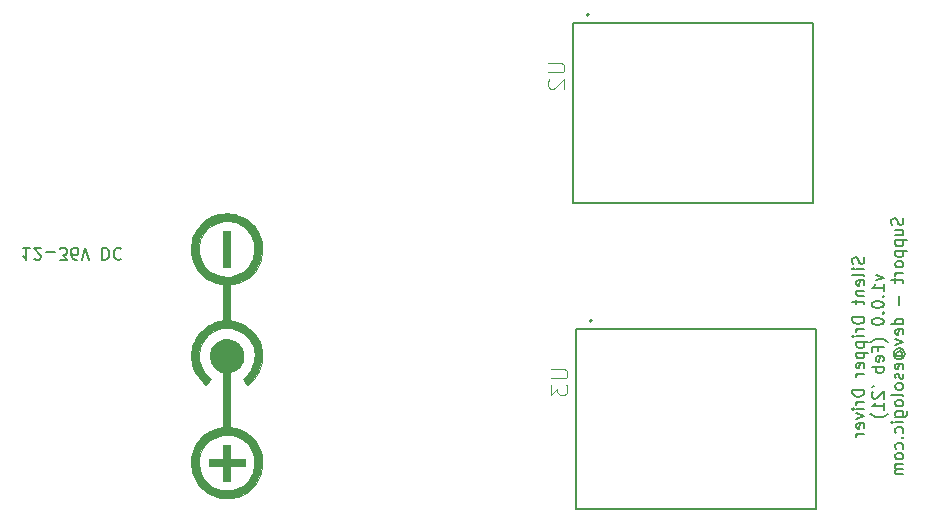
<source format=gbo>
G04 #@! TF.GenerationSoftware,KiCad,Pcbnew,5.1.9-73d0e3b20d~88~ubuntu18.04.1*
G04 #@! TF.CreationDate,2021-02-15T13:27:50-05:00*
G04 #@! TF.ProjectId,driver,64726976-6572-42e6-9b69-6361645f7063,v1.0.0*
G04 #@! TF.SameCoordinates,Original*
G04 #@! TF.FileFunction,Legend,Bot*
G04 #@! TF.FilePolarity,Positive*
%FSLAX46Y46*%
G04 Gerber Fmt 4.6, Leading zero omitted, Abs format (unit mm)*
G04 Created by KiCad (PCBNEW 5.1.9-73d0e3b20d~88~ubuntu18.04.1) date 2021-02-15 13:27:50*
%MOMM*%
%LPD*%
G01*
G04 APERTURE LIST*
%ADD10C,0.150000*%
%ADD11C,0.200000*%
%ADD12C,0.127000*%
%ADD13C,0.010000*%
%ADD14C,0.015000*%
G04 APERTURE END LIST*
D10*
X173989361Y-98829171D02*
X174036980Y-98972028D01*
X174036980Y-99210123D01*
X173989361Y-99305361D01*
X173941742Y-99352980D01*
X173846504Y-99400600D01*
X173751266Y-99400600D01*
X173656028Y-99352980D01*
X173608409Y-99305361D01*
X173560790Y-99210123D01*
X173513171Y-99019647D01*
X173465552Y-98924409D01*
X173417933Y-98876790D01*
X173322695Y-98829171D01*
X173227457Y-98829171D01*
X173132219Y-98876790D01*
X173084600Y-98924409D01*
X173036980Y-99019647D01*
X173036980Y-99257742D01*
X173084600Y-99400600D01*
X174036980Y-99829171D02*
X173370314Y-99829171D01*
X173036980Y-99829171D02*
X173084600Y-99781552D01*
X173132219Y-99829171D01*
X173084600Y-99876790D01*
X173036980Y-99829171D01*
X173132219Y-99829171D01*
X174036980Y-100448219D02*
X173989361Y-100352980D01*
X173894123Y-100305361D01*
X173036980Y-100305361D01*
X173989361Y-101210123D02*
X174036980Y-101114885D01*
X174036980Y-100924409D01*
X173989361Y-100829171D01*
X173894123Y-100781552D01*
X173513171Y-100781552D01*
X173417933Y-100829171D01*
X173370314Y-100924409D01*
X173370314Y-101114885D01*
X173417933Y-101210123D01*
X173513171Y-101257742D01*
X173608409Y-101257742D01*
X173703647Y-100781552D01*
X173370314Y-101686314D02*
X174036980Y-101686314D01*
X173465552Y-101686314D02*
X173417933Y-101733933D01*
X173370314Y-101829171D01*
X173370314Y-101972028D01*
X173417933Y-102067266D01*
X173513171Y-102114885D01*
X174036980Y-102114885D01*
X173370314Y-102448219D02*
X173370314Y-102829171D01*
X173036980Y-102591076D02*
X173894123Y-102591076D01*
X173989361Y-102638695D01*
X174036980Y-102733933D01*
X174036980Y-102829171D01*
X174036980Y-103924409D02*
X173036980Y-103924409D01*
X173036980Y-104162504D01*
X173084600Y-104305361D01*
X173179838Y-104400600D01*
X173275076Y-104448219D01*
X173465552Y-104495838D01*
X173608409Y-104495838D01*
X173798885Y-104448219D01*
X173894123Y-104400600D01*
X173989361Y-104305361D01*
X174036980Y-104162504D01*
X174036980Y-103924409D01*
X174036980Y-104924409D02*
X173370314Y-104924409D01*
X173560790Y-104924409D02*
X173465552Y-104972028D01*
X173417933Y-105019647D01*
X173370314Y-105114885D01*
X173370314Y-105210123D01*
X174036980Y-105543457D02*
X173370314Y-105543457D01*
X173036980Y-105543457D02*
X173084600Y-105495838D01*
X173132219Y-105543457D01*
X173084600Y-105591076D01*
X173036980Y-105543457D01*
X173132219Y-105543457D01*
X173370314Y-106019647D02*
X174370314Y-106019647D01*
X173417933Y-106019647D02*
X173370314Y-106114885D01*
X173370314Y-106305361D01*
X173417933Y-106400600D01*
X173465552Y-106448219D01*
X173560790Y-106495838D01*
X173846504Y-106495838D01*
X173941742Y-106448219D01*
X173989361Y-106400600D01*
X174036980Y-106305361D01*
X174036980Y-106114885D01*
X173989361Y-106019647D01*
X173370314Y-106924409D02*
X174370314Y-106924409D01*
X173417933Y-106924409D02*
X173370314Y-107019647D01*
X173370314Y-107210123D01*
X173417933Y-107305361D01*
X173465552Y-107352980D01*
X173560790Y-107400600D01*
X173846504Y-107400600D01*
X173941742Y-107352980D01*
X173989361Y-107305361D01*
X174036980Y-107210123D01*
X174036980Y-107019647D01*
X173989361Y-106924409D01*
X173989361Y-108210123D02*
X174036980Y-108114885D01*
X174036980Y-107924409D01*
X173989361Y-107829171D01*
X173894123Y-107781552D01*
X173513171Y-107781552D01*
X173417933Y-107829171D01*
X173370314Y-107924409D01*
X173370314Y-108114885D01*
X173417933Y-108210123D01*
X173513171Y-108257742D01*
X173608409Y-108257742D01*
X173703647Y-107781552D01*
X174036980Y-108686314D02*
X173370314Y-108686314D01*
X173560790Y-108686314D02*
X173465552Y-108733933D01*
X173417933Y-108781552D01*
X173370314Y-108876790D01*
X173370314Y-108972028D01*
X174036980Y-110067266D02*
X173036980Y-110067266D01*
X173036980Y-110305361D01*
X173084600Y-110448219D01*
X173179838Y-110543457D01*
X173275076Y-110591076D01*
X173465552Y-110638695D01*
X173608409Y-110638695D01*
X173798885Y-110591076D01*
X173894123Y-110543457D01*
X173989361Y-110448219D01*
X174036980Y-110305361D01*
X174036980Y-110067266D01*
X174036980Y-111067266D02*
X173370314Y-111067266D01*
X173560790Y-111067266D02*
X173465552Y-111114885D01*
X173417933Y-111162504D01*
X173370314Y-111257742D01*
X173370314Y-111352980D01*
X174036980Y-111686314D02*
X173370314Y-111686314D01*
X173036980Y-111686314D02*
X173084600Y-111638695D01*
X173132219Y-111686314D01*
X173084600Y-111733933D01*
X173036980Y-111686314D01*
X173132219Y-111686314D01*
X173370314Y-112067266D02*
X174036980Y-112305361D01*
X173370314Y-112543457D01*
X173989361Y-113305361D02*
X174036980Y-113210123D01*
X174036980Y-113019647D01*
X173989361Y-112924409D01*
X173894123Y-112876790D01*
X173513171Y-112876790D01*
X173417933Y-112924409D01*
X173370314Y-113019647D01*
X173370314Y-113210123D01*
X173417933Y-113305361D01*
X173513171Y-113352980D01*
X173608409Y-113352980D01*
X173703647Y-112876790D01*
X174036980Y-113781552D02*
X173370314Y-113781552D01*
X173560790Y-113781552D02*
X173465552Y-113829171D01*
X173417933Y-113876790D01*
X173370314Y-113972028D01*
X173370314Y-114067266D01*
X175020314Y-100329171D02*
X175686980Y-100567266D01*
X175020314Y-100805361D01*
X175686980Y-101710123D02*
X175686980Y-101138695D01*
X175686980Y-101424409D02*
X174686980Y-101424409D01*
X174829838Y-101329171D01*
X174925076Y-101233933D01*
X174972695Y-101138695D01*
X175591742Y-102138695D02*
X175639361Y-102186314D01*
X175686980Y-102138695D01*
X175639361Y-102091076D01*
X175591742Y-102138695D01*
X175686980Y-102138695D01*
X174686980Y-102805361D02*
X174686980Y-102900600D01*
X174734600Y-102995838D01*
X174782219Y-103043457D01*
X174877457Y-103091076D01*
X175067933Y-103138695D01*
X175306028Y-103138695D01*
X175496504Y-103091076D01*
X175591742Y-103043457D01*
X175639361Y-102995838D01*
X175686980Y-102900600D01*
X175686980Y-102805361D01*
X175639361Y-102710123D01*
X175591742Y-102662504D01*
X175496504Y-102614885D01*
X175306028Y-102567266D01*
X175067933Y-102567266D01*
X174877457Y-102614885D01*
X174782219Y-102662504D01*
X174734600Y-102710123D01*
X174686980Y-102805361D01*
X175591742Y-103567266D02*
X175639361Y-103614885D01*
X175686980Y-103567266D01*
X175639361Y-103519647D01*
X175591742Y-103567266D01*
X175686980Y-103567266D01*
X174686980Y-104233933D02*
X174686980Y-104329171D01*
X174734600Y-104424409D01*
X174782219Y-104472028D01*
X174877457Y-104519647D01*
X175067933Y-104567266D01*
X175306028Y-104567266D01*
X175496504Y-104519647D01*
X175591742Y-104472028D01*
X175639361Y-104424409D01*
X175686980Y-104329171D01*
X175686980Y-104233933D01*
X175639361Y-104138695D01*
X175591742Y-104091076D01*
X175496504Y-104043457D01*
X175306028Y-103995838D01*
X175067933Y-103995838D01*
X174877457Y-104043457D01*
X174782219Y-104091076D01*
X174734600Y-104138695D01*
X174686980Y-104233933D01*
X176067933Y-106043457D02*
X176020314Y-105995838D01*
X175877457Y-105900600D01*
X175782219Y-105852980D01*
X175639361Y-105805361D01*
X175401266Y-105757742D01*
X175210790Y-105757742D01*
X174972695Y-105805361D01*
X174829838Y-105852980D01*
X174734600Y-105900600D01*
X174591742Y-105995838D01*
X174544123Y-106043457D01*
X175163171Y-106757742D02*
X175163171Y-106424409D01*
X175686980Y-106424409D02*
X174686980Y-106424409D01*
X174686980Y-106900600D01*
X175639361Y-107662504D02*
X175686980Y-107567266D01*
X175686980Y-107376790D01*
X175639361Y-107281552D01*
X175544123Y-107233933D01*
X175163171Y-107233933D01*
X175067933Y-107281552D01*
X175020314Y-107376790D01*
X175020314Y-107567266D01*
X175067933Y-107662504D01*
X175163171Y-107710123D01*
X175258409Y-107710123D01*
X175353647Y-107233933D01*
X175686980Y-108138695D02*
X174686980Y-108138695D01*
X175067933Y-108138695D02*
X175020314Y-108233933D01*
X175020314Y-108424409D01*
X175067933Y-108519647D01*
X175115552Y-108567266D01*
X175210790Y-108614885D01*
X175496504Y-108614885D01*
X175591742Y-108567266D01*
X175639361Y-108519647D01*
X175686980Y-108424409D01*
X175686980Y-108233933D01*
X175639361Y-108138695D01*
X174686980Y-109852980D02*
X174877457Y-109757742D01*
X174782219Y-110233933D02*
X174734600Y-110281552D01*
X174686980Y-110376790D01*
X174686980Y-110614885D01*
X174734600Y-110710123D01*
X174782219Y-110757742D01*
X174877457Y-110805361D01*
X174972695Y-110805361D01*
X175115552Y-110757742D01*
X175686980Y-110186314D01*
X175686980Y-110805361D01*
X175686980Y-111757742D02*
X175686980Y-111186314D01*
X175686980Y-111472028D02*
X174686980Y-111472028D01*
X174829838Y-111376790D01*
X174925076Y-111281552D01*
X174972695Y-111186314D01*
X176067933Y-112091076D02*
X176020314Y-112138695D01*
X175877457Y-112233933D01*
X175782219Y-112281552D01*
X175639361Y-112329171D01*
X175401266Y-112376790D01*
X175210790Y-112376790D01*
X174972695Y-112329171D01*
X174829838Y-112281552D01*
X174734600Y-112233933D01*
X174591742Y-112138695D01*
X174544123Y-112091076D01*
X177289361Y-95519647D02*
X177336980Y-95662504D01*
X177336980Y-95900600D01*
X177289361Y-95995838D01*
X177241742Y-96043457D01*
X177146504Y-96091076D01*
X177051266Y-96091076D01*
X176956028Y-96043457D01*
X176908409Y-95995838D01*
X176860790Y-95900600D01*
X176813171Y-95710123D01*
X176765552Y-95614885D01*
X176717933Y-95567266D01*
X176622695Y-95519647D01*
X176527457Y-95519647D01*
X176432219Y-95567266D01*
X176384600Y-95614885D01*
X176336980Y-95710123D01*
X176336980Y-95948219D01*
X176384600Y-96091076D01*
X176670314Y-96948219D02*
X177336980Y-96948219D01*
X176670314Y-96519647D02*
X177194123Y-96519647D01*
X177289361Y-96567266D01*
X177336980Y-96662504D01*
X177336980Y-96805361D01*
X177289361Y-96900600D01*
X177241742Y-96948219D01*
X176670314Y-97424409D02*
X177670314Y-97424409D01*
X176717933Y-97424409D02*
X176670314Y-97519647D01*
X176670314Y-97710123D01*
X176717933Y-97805361D01*
X176765552Y-97852980D01*
X176860790Y-97900600D01*
X177146504Y-97900600D01*
X177241742Y-97852980D01*
X177289361Y-97805361D01*
X177336980Y-97710123D01*
X177336980Y-97519647D01*
X177289361Y-97424409D01*
X176670314Y-98329171D02*
X177670314Y-98329171D01*
X176717933Y-98329171D02*
X176670314Y-98424409D01*
X176670314Y-98614885D01*
X176717933Y-98710123D01*
X176765552Y-98757742D01*
X176860790Y-98805361D01*
X177146504Y-98805361D01*
X177241742Y-98757742D01*
X177289361Y-98710123D01*
X177336980Y-98614885D01*
X177336980Y-98424409D01*
X177289361Y-98329171D01*
X177336980Y-99376790D02*
X177289361Y-99281552D01*
X177241742Y-99233933D01*
X177146504Y-99186314D01*
X176860790Y-99186314D01*
X176765552Y-99233933D01*
X176717933Y-99281552D01*
X176670314Y-99376790D01*
X176670314Y-99519647D01*
X176717933Y-99614885D01*
X176765552Y-99662504D01*
X176860790Y-99710123D01*
X177146504Y-99710123D01*
X177241742Y-99662504D01*
X177289361Y-99614885D01*
X177336980Y-99519647D01*
X177336980Y-99376790D01*
X177336980Y-100138695D02*
X176670314Y-100138695D01*
X176860790Y-100138695D02*
X176765552Y-100186314D01*
X176717933Y-100233933D01*
X176670314Y-100329171D01*
X176670314Y-100424409D01*
X176670314Y-100614885D02*
X176670314Y-100995838D01*
X176336980Y-100757742D02*
X177194123Y-100757742D01*
X177289361Y-100805361D01*
X177336980Y-100900600D01*
X177336980Y-100995838D01*
X176956028Y-102091076D02*
X176956028Y-102852980D01*
X177336980Y-104519647D02*
X176336980Y-104519647D01*
X177289361Y-104519647D02*
X177336980Y-104424409D01*
X177336980Y-104233933D01*
X177289361Y-104138695D01*
X177241742Y-104091076D01*
X177146504Y-104043457D01*
X176860790Y-104043457D01*
X176765552Y-104091076D01*
X176717933Y-104138695D01*
X176670314Y-104233933D01*
X176670314Y-104424409D01*
X176717933Y-104519647D01*
X177289361Y-105376790D02*
X177336980Y-105281552D01*
X177336980Y-105091076D01*
X177289361Y-104995838D01*
X177194123Y-104948219D01*
X176813171Y-104948219D01*
X176717933Y-104995838D01*
X176670314Y-105091076D01*
X176670314Y-105281552D01*
X176717933Y-105376790D01*
X176813171Y-105424409D01*
X176908409Y-105424409D01*
X177003647Y-104948219D01*
X176670314Y-105757742D02*
X177336980Y-105995838D01*
X176670314Y-106233933D01*
X176860790Y-107233933D02*
X176813171Y-107186314D01*
X176765552Y-107091076D01*
X176765552Y-106995838D01*
X176813171Y-106900600D01*
X176860790Y-106852980D01*
X176956028Y-106805361D01*
X177051266Y-106805361D01*
X177146504Y-106852980D01*
X177194123Y-106900600D01*
X177241742Y-106995838D01*
X177241742Y-107091076D01*
X177194123Y-107186314D01*
X177146504Y-107233933D01*
X176765552Y-107233933D02*
X177146504Y-107233933D01*
X177194123Y-107281552D01*
X177194123Y-107329171D01*
X177146504Y-107424409D01*
X177051266Y-107472028D01*
X176813171Y-107472028D01*
X176670314Y-107376790D01*
X176575076Y-107233933D01*
X176527457Y-107043457D01*
X176575076Y-106852980D01*
X176670314Y-106710123D01*
X176813171Y-106614885D01*
X177003647Y-106567266D01*
X177194123Y-106614885D01*
X177336980Y-106710123D01*
X177432219Y-106852980D01*
X177479838Y-107043457D01*
X177432219Y-107233933D01*
X177336980Y-107376790D01*
X177289361Y-108281552D02*
X177336980Y-108186314D01*
X177336980Y-107995838D01*
X177289361Y-107900600D01*
X177194123Y-107852980D01*
X176813171Y-107852980D01*
X176717933Y-107900600D01*
X176670314Y-107995838D01*
X176670314Y-108186314D01*
X176717933Y-108281552D01*
X176813171Y-108329171D01*
X176908409Y-108329171D01*
X177003647Y-107852980D01*
X177289361Y-108710123D02*
X177336980Y-108805361D01*
X177336980Y-108995838D01*
X177289361Y-109091076D01*
X177194123Y-109138695D01*
X177146504Y-109138695D01*
X177051266Y-109091076D01*
X177003647Y-108995838D01*
X177003647Y-108852980D01*
X176956028Y-108757742D01*
X176860790Y-108710123D01*
X176813171Y-108710123D01*
X176717933Y-108757742D01*
X176670314Y-108852980D01*
X176670314Y-108995838D01*
X176717933Y-109091076D01*
X177336980Y-109710123D02*
X177289361Y-109614885D01*
X177241742Y-109567266D01*
X177146504Y-109519647D01*
X176860790Y-109519647D01*
X176765552Y-109567266D01*
X176717933Y-109614885D01*
X176670314Y-109710123D01*
X176670314Y-109852980D01*
X176717933Y-109948219D01*
X176765552Y-109995838D01*
X176860790Y-110043457D01*
X177146504Y-110043457D01*
X177241742Y-109995838D01*
X177289361Y-109948219D01*
X177336980Y-109852980D01*
X177336980Y-109710123D01*
X177336980Y-110614885D02*
X177289361Y-110519647D01*
X177194123Y-110472028D01*
X176336980Y-110472028D01*
X177336980Y-111138695D02*
X177289361Y-111043457D01*
X177241742Y-110995838D01*
X177146504Y-110948219D01*
X176860790Y-110948219D01*
X176765552Y-110995838D01*
X176717933Y-111043457D01*
X176670314Y-111138695D01*
X176670314Y-111281552D01*
X176717933Y-111376790D01*
X176765552Y-111424409D01*
X176860790Y-111472028D01*
X177146504Y-111472028D01*
X177241742Y-111424409D01*
X177289361Y-111376790D01*
X177336980Y-111281552D01*
X177336980Y-111138695D01*
X176670314Y-112329171D02*
X177479838Y-112329171D01*
X177575076Y-112281552D01*
X177622695Y-112233933D01*
X177670314Y-112138695D01*
X177670314Y-111995838D01*
X177622695Y-111900600D01*
X177289361Y-112329171D02*
X177336980Y-112233933D01*
X177336980Y-112043457D01*
X177289361Y-111948219D01*
X177241742Y-111900600D01*
X177146504Y-111852980D01*
X176860790Y-111852980D01*
X176765552Y-111900600D01*
X176717933Y-111948219D01*
X176670314Y-112043457D01*
X176670314Y-112233933D01*
X176717933Y-112329171D01*
X177336980Y-112805361D02*
X176670314Y-112805361D01*
X176336980Y-112805361D02*
X176384600Y-112757742D01*
X176432219Y-112805361D01*
X176384600Y-112852980D01*
X176336980Y-112805361D01*
X176432219Y-112805361D01*
X177289361Y-113710123D02*
X177336980Y-113614885D01*
X177336980Y-113424409D01*
X177289361Y-113329171D01*
X177241742Y-113281552D01*
X177146504Y-113233933D01*
X176860790Y-113233933D01*
X176765552Y-113281552D01*
X176717933Y-113329171D01*
X176670314Y-113424409D01*
X176670314Y-113614885D01*
X176717933Y-113710123D01*
X177241742Y-114138695D02*
X177289361Y-114186314D01*
X177336980Y-114138695D01*
X177289361Y-114091076D01*
X177241742Y-114138695D01*
X177336980Y-114138695D01*
X177289361Y-115043457D02*
X177336980Y-114948219D01*
X177336980Y-114757742D01*
X177289361Y-114662504D01*
X177241742Y-114614885D01*
X177146504Y-114567266D01*
X176860790Y-114567266D01*
X176765552Y-114614885D01*
X176717933Y-114662504D01*
X176670314Y-114757742D01*
X176670314Y-114948219D01*
X176717933Y-115043457D01*
X177336980Y-115614885D02*
X177289361Y-115519647D01*
X177241742Y-115472028D01*
X177146504Y-115424409D01*
X176860790Y-115424409D01*
X176765552Y-115472028D01*
X176717933Y-115519647D01*
X176670314Y-115614885D01*
X176670314Y-115757742D01*
X176717933Y-115852980D01*
X176765552Y-115900600D01*
X176860790Y-115948219D01*
X177146504Y-115948219D01*
X177241742Y-115900600D01*
X177289361Y-115852980D01*
X177336980Y-115757742D01*
X177336980Y-115614885D01*
X177336980Y-116376790D02*
X176670314Y-116376790D01*
X176765552Y-116376790D02*
X176717933Y-116424409D01*
X176670314Y-116519647D01*
X176670314Y-116662504D01*
X176717933Y-116757742D01*
X176813171Y-116805361D01*
X177336980Y-116805361D01*
X176813171Y-116805361D02*
X176717933Y-116852980D01*
X176670314Y-116948219D01*
X176670314Y-117091076D01*
X176717933Y-117186314D01*
X176813171Y-117233933D01*
X177336980Y-117233933D01*
X103387971Y-98048819D02*
X102816542Y-98048819D01*
X103102257Y-98048819D02*
X103102257Y-99048819D01*
X103007019Y-98905961D01*
X102911780Y-98810723D01*
X102816542Y-98763104D01*
X103768923Y-98953580D02*
X103816542Y-99001200D01*
X103911780Y-99048819D01*
X104149876Y-99048819D01*
X104245114Y-99001200D01*
X104292733Y-98953580D01*
X104340352Y-98858342D01*
X104340352Y-98763104D01*
X104292733Y-98620247D01*
X103721304Y-98048819D01*
X104340352Y-98048819D01*
X104768923Y-98429771D02*
X105530828Y-98429771D01*
X105911780Y-99048819D02*
X106530828Y-99048819D01*
X106197495Y-98667866D01*
X106340352Y-98667866D01*
X106435590Y-98620247D01*
X106483209Y-98572628D01*
X106530828Y-98477390D01*
X106530828Y-98239295D01*
X106483209Y-98144057D01*
X106435590Y-98096438D01*
X106340352Y-98048819D01*
X106054638Y-98048819D01*
X105959400Y-98096438D01*
X105911780Y-98144057D01*
X107387971Y-99048819D02*
X107197495Y-99048819D01*
X107102257Y-99001200D01*
X107054638Y-98953580D01*
X106959400Y-98810723D01*
X106911780Y-98620247D01*
X106911780Y-98239295D01*
X106959400Y-98144057D01*
X107007019Y-98096438D01*
X107102257Y-98048819D01*
X107292733Y-98048819D01*
X107387971Y-98096438D01*
X107435590Y-98144057D01*
X107483209Y-98239295D01*
X107483209Y-98477390D01*
X107435590Y-98572628D01*
X107387971Y-98620247D01*
X107292733Y-98667866D01*
X107102257Y-98667866D01*
X107007019Y-98620247D01*
X106959400Y-98572628D01*
X106911780Y-98477390D01*
X107768923Y-99048819D02*
X108102257Y-98048819D01*
X108435590Y-99048819D01*
X109530828Y-98048819D02*
X109530828Y-99048819D01*
X109768923Y-99048819D01*
X109911780Y-99001200D01*
X110007019Y-98905961D01*
X110054638Y-98810723D01*
X110102257Y-98620247D01*
X110102257Y-98477390D01*
X110054638Y-98286914D01*
X110007019Y-98191676D01*
X109911780Y-98096438D01*
X109768923Y-98048819D01*
X109530828Y-98048819D01*
X111102257Y-98144057D02*
X111054638Y-98096438D01*
X110911780Y-98048819D01*
X110816542Y-98048819D01*
X110673685Y-98096438D01*
X110578447Y-98191676D01*
X110530828Y-98286914D01*
X110483209Y-98477390D01*
X110483209Y-98620247D01*
X110530828Y-98810723D01*
X110578447Y-98905961D01*
X110673685Y-99001200D01*
X110816542Y-99048819D01*
X110911780Y-99048819D01*
X111054638Y-99001200D01*
X111102257Y-98953580D01*
D11*
X150976000Y-104222000D02*
G75*
G03*
X150976000Y-104222000I-100000J0D01*
G01*
D12*
X149606000Y-104902000D02*
X169926000Y-104902000D01*
X149606000Y-120142000D02*
X149606000Y-104902000D01*
X169926000Y-120142000D02*
X149606000Y-120142000D01*
X169926000Y-104902000D02*
X169926000Y-120142000D01*
X169672000Y-78994000D02*
X169672000Y-94234000D01*
X169672000Y-94234000D02*
X149352000Y-94234000D01*
X149352000Y-94234000D02*
X149352000Y-78994000D01*
X149352000Y-78994000D02*
X169672000Y-78994000D01*
D11*
X150722000Y-78314000D02*
G75*
G03*
X150722000Y-78314000I-100000J0D01*
G01*
D13*
G36*
X119764018Y-116543248D02*
G01*
X119764018Y-117750377D01*
X120367582Y-117750377D01*
X120367582Y-116543248D01*
X121574711Y-116543248D01*
X121574711Y-115939684D01*
X120367582Y-115939684D01*
X120367582Y-114732555D01*
X119764262Y-114732555D01*
X119760996Y-115332976D01*
X119757731Y-115933396D01*
X119157310Y-115936662D01*
X118556889Y-115939927D01*
X118556889Y-116543248D01*
X119764018Y-116543248D01*
G37*
X119764018Y-116543248D02*
X119764018Y-117750377D01*
X120367582Y-117750377D01*
X120367582Y-116543248D01*
X121574711Y-116543248D01*
X121574711Y-115939684D01*
X120367582Y-115939684D01*
X120367582Y-114732555D01*
X119764262Y-114732555D01*
X119760996Y-115332976D01*
X119757731Y-115933396D01*
X119157310Y-115936662D01*
X118556889Y-115939927D01*
X118556889Y-116543248D01*
X119764018Y-116543248D01*
G36*
X120367582Y-99656020D02*
G01*
X120367582Y-96638198D01*
X119764018Y-96638198D01*
X119764018Y-99656020D01*
X120367582Y-99656020D01*
G37*
X120367582Y-99656020D02*
X120367582Y-96638198D01*
X119764018Y-96638198D01*
X119764018Y-99656020D01*
X120367582Y-99656020D01*
G36*
X117051152Y-116362857D02*
G01*
X117055361Y-116472024D01*
X117059339Y-116525281D01*
X117095882Y-116793462D01*
X117155192Y-117056658D01*
X117236354Y-117312621D01*
X117338454Y-117559103D01*
X117460576Y-117793855D01*
X117601807Y-118014630D01*
X117736908Y-118190476D01*
X117919450Y-118389601D01*
X118118412Y-118570043D01*
X118332554Y-118731021D01*
X118560638Y-118871755D01*
X118801423Y-118991468D01*
X119053669Y-119089380D01*
X119267349Y-119152636D01*
X119522113Y-119206398D01*
X119783925Y-119239602D01*
X120048326Y-119252157D01*
X120310857Y-119243970D01*
X120567057Y-119214950D01*
X120737111Y-119182887D01*
X121005862Y-119111092D01*
X121262973Y-119017676D01*
X121507510Y-118903269D01*
X121738535Y-118768501D01*
X121955111Y-118614002D01*
X122156301Y-118440403D01*
X122341170Y-118248332D01*
X122508780Y-118038420D01*
X122570604Y-117949866D01*
X122711471Y-117718064D01*
X122829587Y-117476075D01*
X122925155Y-117223374D01*
X122998374Y-116959434D01*
X123046634Y-116703107D01*
X123054543Y-116638666D01*
X123061803Y-116559077D01*
X123068173Y-116469678D01*
X123073414Y-116375807D01*
X123077284Y-116282804D01*
X123079545Y-116196007D01*
X123079955Y-116120755D01*
X123078274Y-116062386D01*
X123076470Y-116040278D01*
X123073033Y-116009066D01*
X123067819Y-115960553D01*
X123061654Y-115902451D01*
X123057637Y-115864238D01*
X123019589Y-115615765D01*
X122958197Y-115366947D01*
X122874954Y-115121372D01*
X122771355Y-114882629D01*
X122648896Y-114654304D01*
X122509069Y-114439985D01*
X122410741Y-114311317D01*
X122340154Y-114229263D01*
X122256385Y-114139395D01*
X122166208Y-114048509D01*
X122076395Y-113963407D01*
X121993721Y-113890885D01*
X121983375Y-113882346D01*
X121784978Y-113735547D01*
X121569055Y-113604636D01*
X121338535Y-113490872D01*
X121096347Y-113395511D01*
X120845420Y-113319813D01*
X120588682Y-113265036D01*
X120521617Y-113254417D01*
X120367582Y-113231778D01*
X120367582Y-110901079D01*
X120367613Y-110606557D01*
X120367708Y-110336274D01*
X120367875Y-110089320D01*
X120368118Y-109864786D01*
X120368445Y-109661762D01*
X120368861Y-109479339D01*
X120369373Y-109316606D01*
X120369986Y-109172655D01*
X120370707Y-109046576D01*
X120371542Y-108937459D01*
X120372497Y-108844394D01*
X120373578Y-108766473D01*
X120374792Y-108702785D01*
X120376143Y-108652421D01*
X120377640Y-108614471D01*
X120379286Y-108588026D01*
X120381090Y-108572176D01*
X120383056Y-108566011D01*
X120383300Y-108565880D01*
X120542221Y-108515173D01*
X120680678Y-108459105D01*
X120803191Y-108395193D01*
X120914278Y-108320957D01*
X121018460Y-108233915D01*
X121059625Y-108194547D01*
X121179068Y-108059272D01*
X121278015Y-107911836D01*
X121356461Y-107754533D01*
X121414404Y-107589658D01*
X121451840Y-107419506D01*
X121468766Y-107246372D01*
X121465179Y-107072550D01*
X121441075Y-106900336D01*
X121396450Y-106732023D01*
X121331303Y-106569907D01*
X121245629Y-106416283D01*
X121139425Y-106273445D01*
X121062505Y-106190553D01*
X120924061Y-106068539D01*
X120778092Y-105969725D01*
X120622407Y-105892733D01*
X120538436Y-105861386D01*
X120356873Y-105812798D01*
X120173958Y-105787573D01*
X120070144Y-105786155D01*
X120070144Y-113890080D01*
X120313390Y-113900761D01*
X120545702Y-113933199D01*
X120769723Y-113987980D01*
X120988097Y-114065694D01*
X121115751Y-114122728D01*
X121323335Y-114236116D01*
X121515578Y-114368742D01*
X121691614Y-114519277D01*
X121850575Y-114686393D01*
X121991594Y-114868761D01*
X122113802Y-115065053D01*
X122216333Y-115273940D01*
X122298320Y-115494093D01*
X122358894Y-115724185D01*
X122397188Y-115962885D01*
X122408762Y-116103149D01*
X122411326Y-116148493D01*
X122413720Y-116188104D01*
X122414750Y-116203743D01*
X122414685Y-116227636D01*
X122412947Y-116270896D01*
X122409821Y-116327817D01*
X122405592Y-116392695D01*
X122404569Y-116407086D01*
X122374897Y-116653942D01*
X122322747Y-116890815D01*
X122249009Y-117116679D01*
X122154572Y-117330509D01*
X122040328Y-117531278D01*
X121907166Y-117717962D01*
X121755976Y-117889534D01*
X121587649Y-118044970D01*
X121403074Y-118183243D01*
X121203142Y-118303328D01*
X120988742Y-118404199D01*
X120760765Y-118484831D01*
X120556196Y-118536853D01*
X120461823Y-118552778D01*
X120349496Y-118565338D01*
X120226218Y-118574253D01*
X120098995Y-118579244D01*
X119974830Y-118580031D01*
X119860727Y-118576335D01*
X119767372Y-118568336D01*
X119521227Y-118526179D01*
X119286457Y-118461850D01*
X119063715Y-118375746D01*
X118853653Y-118268266D01*
X118656926Y-118139808D01*
X118474187Y-117990769D01*
X118306088Y-117821549D01*
X118153283Y-117632545D01*
X118095046Y-117549188D01*
X117981161Y-117356870D01*
X117886985Y-117151132D01*
X117812841Y-116934574D01*
X117759055Y-116709795D01*
X117725949Y-116479396D01*
X117713848Y-116245977D01*
X117723074Y-116012137D01*
X117753953Y-115780478D01*
X117806807Y-115553598D01*
X117835137Y-115461862D01*
X117922175Y-115238440D01*
X118029786Y-115028598D01*
X118156796Y-114833283D01*
X118302031Y-114653446D01*
X118464317Y-114490034D01*
X118642481Y-114343996D01*
X118835349Y-114216281D01*
X119041747Y-114107836D01*
X119260501Y-114019612D01*
X119490437Y-113952556D01*
X119730382Y-113907617D01*
X119763688Y-113903270D01*
X119815374Y-113898532D01*
X119884386Y-113894549D01*
X119962906Y-113891657D01*
X120043116Y-113890192D01*
X120070144Y-113890080D01*
X120070144Y-105786155D01*
X119991857Y-105785085D01*
X119812736Y-105804705D01*
X119638761Y-105845804D01*
X119472096Y-105907756D01*
X119314908Y-105989932D01*
X119169363Y-106091705D01*
X119037626Y-106212445D01*
X118942153Y-106324211D01*
X118842349Y-106475282D01*
X118763911Y-106637182D01*
X118706903Y-106807377D01*
X118671388Y-106983329D01*
X118657430Y-107162502D01*
X118665092Y-107342362D01*
X118694437Y-107520372D01*
X118745528Y-107693996D01*
X118818431Y-107860698D01*
X118900261Y-107999040D01*
X118931087Y-108040564D01*
X118973442Y-108091937D01*
X119020830Y-108145473D01*
X119051591Y-108178135D01*
X119169170Y-108286871D01*
X119295255Y-108378296D01*
X119433668Y-108454541D01*
X119588232Y-108517734D01*
X119748300Y-108566259D01*
X119750286Y-108571286D01*
X119752108Y-108585888D01*
X119753773Y-108610974D01*
X119755286Y-108647453D01*
X119756654Y-108696236D01*
X119757884Y-108758231D01*
X119758980Y-108834348D01*
X119759950Y-108925496D01*
X119760798Y-109032585D01*
X119761533Y-109156524D01*
X119762159Y-109298222D01*
X119762682Y-109458588D01*
X119763110Y-109638533D01*
X119763447Y-109838965D01*
X119763700Y-110060794D01*
X119763876Y-110304930D01*
X119763979Y-110572281D01*
X119764018Y-110863757D01*
X119764018Y-113233749D01*
X119685429Y-113242377D01*
X119527744Y-113265423D01*
X119358447Y-113300328D01*
X119186686Y-113344755D01*
X119021610Y-113396371D01*
X118891307Y-113445000D01*
X118643505Y-113559297D01*
X118410360Y-113693546D01*
X118192679Y-113846707D01*
X117991268Y-114017739D01*
X117806934Y-114205603D01*
X117640486Y-114409259D01*
X117492730Y-114627665D01*
X117364474Y-114859783D01*
X117256524Y-115104573D01*
X117169688Y-115360993D01*
X117104773Y-115628005D01*
X117078435Y-115780836D01*
X117067174Y-115877124D01*
X117058624Y-115990953D01*
X117052975Y-116114840D01*
X117050420Y-116241302D01*
X117051152Y-116362857D01*
G37*
X117051152Y-116362857D02*
X117055361Y-116472024D01*
X117059339Y-116525281D01*
X117095882Y-116793462D01*
X117155192Y-117056658D01*
X117236354Y-117312621D01*
X117338454Y-117559103D01*
X117460576Y-117793855D01*
X117601807Y-118014630D01*
X117736908Y-118190476D01*
X117919450Y-118389601D01*
X118118412Y-118570043D01*
X118332554Y-118731021D01*
X118560638Y-118871755D01*
X118801423Y-118991468D01*
X119053669Y-119089380D01*
X119267349Y-119152636D01*
X119522113Y-119206398D01*
X119783925Y-119239602D01*
X120048326Y-119252157D01*
X120310857Y-119243970D01*
X120567057Y-119214950D01*
X120737111Y-119182887D01*
X121005862Y-119111092D01*
X121262973Y-119017676D01*
X121507510Y-118903269D01*
X121738535Y-118768501D01*
X121955111Y-118614002D01*
X122156301Y-118440403D01*
X122341170Y-118248332D01*
X122508780Y-118038420D01*
X122570604Y-117949866D01*
X122711471Y-117718064D01*
X122829587Y-117476075D01*
X122925155Y-117223374D01*
X122998374Y-116959434D01*
X123046634Y-116703107D01*
X123054543Y-116638666D01*
X123061803Y-116559077D01*
X123068173Y-116469678D01*
X123073414Y-116375807D01*
X123077284Y-116282804D01*
X123079545Y-116196007D01*
X123079955Y-116120755D01*
X123078274Y-116062386D01*
X123076470Y-116040278D01*
X123073033Y-116009066D01*
X123067819Y-115960553D01*
X123061654Y-115902451D01*
X123057637Y-115864238D01*
X123019589Y-115615765D01*
X122958197Y-115366947D01*
X122874954Y-115121372D01*
X122771355Y-114882629D01*
X122648896Y-114654304D01*
X122509069Y-114439985D01*
X122410741Y-114311317D01*
X122340154Y-114229263D01*
X122256385Y-114139395D01*
X122166208Y-114048509D01*
X122076395Y-113963407D01*
X121993721Y-113890885D01*
X121983375Y-113882346D01*
X121784978Y-113735547D01*
X121569055Y-113604636D01*
X121338535Y-113490872D01*
X121096347Y-113395511D01*
X120845420Y-113319813D01*
X120588682Y-113265036D01*
X120521617Y-113254417D01*
X120367582Y-113231778D01*
X120367582Y-110901079D01*
X120367613Y-110606557D01*
X120367708Y-110336274D01*
X120367875Y-110089320D01*
X120368118Y-109864786D01*
X120368445Y-109661762D01*
X120368861Y-109479339D01*
X120369373Y-109316606D01*
X120369986Y-109172655D01*
X120370707Y-109046576D01*
X120371542Y-108937459D01*
X120372497Y-108844394D01*
X120373578Y-108766473D01*
X120374792Y-108702785D01*
X120376143Y-108652421D01*
X120377640Y-108614471D01*
X120379286Y-108588026D01*
X120381090Y-108572176D01*
X120383056Y-108566011D01*
X120383300Y-108565880D01*
X120542221Y-108515173D01*
X120680678Y-108459105D01*
X120803191Y-108395193D01*
X120914278Y-108320957D01*
X121018460Y-108233915D01*
X121059625Y-108194547D01*
X121179068Y-108059272D01*
X121278015Y-107911836D01*
X121356461Y-107754533D01*
X121414404Y-107589658D01*
X121451840Y-107419506D01*
X121468766Y-107246372D01*
X121465179Y-107072550D01*
X121441075Y-106900336D01*
X121396450Y-106732023D01*
X121331303Y-106569907D01*
X121245629Y-106416283D01*
X121139425Y-106273445D01*
X121062505Y-106190553D01*
X120924061Y-106068539D01*
X120778092Y-105969725D01*
X120622407Y-105892733D01*
X120538436Y-105861386D01*
X120356873Y-105812798D01*
X120173958Y-105787573D01*
X120070144Y-105786155D01*
X120070144Y-113890080D01*
X120313390Y-113900761D01*
X120545702Y-113933199D01*
X120769723Y-113987980D01*
X120988097Y-114065694D01*
X121115751Y-114122728D01*
X121323335Y-114236116D01*
X121515578Y-114368742D01*
X121691614Y-114519277D01*
X121850575Y-114686393D01*
X121991594Y-114868761D01*
X122113802Y-115065053D01*
X122216333Y-115273940D01*
X122298320Y-115494093D01*
X122358894Y-115724185D01*
X122397188Y-115962885D01*
X122408762Y-116103149D01*
X122411326Y-116148493D01*
X122413720Y-116188104D01*
X122414750Y-116203743D01*
X122414685Y-116227636D01*
X122412947Y-116270896D01*
X122409821Y-116327817D01*
X122405592Y-116392695D01*
X122404569Y-116407086D01*
X122374897Y-116653942D01*
X122322747Y-116890815D01*
X122249009Y-117116679D01*
X122154572Y-117330509D01*
X122040328Y-117531278D01*
X121907166Y-117717962D01*
X121755976Y-117889534D01*
X121587649Y-118044970D01*
X121403074Y-118183243D01*
X121203142Y-118303328D01*
X120988742Y-118404199D01*
X120760765Y-118484831D01*
X120556196Y-118536853D01*
X120461823Y-118552778D01*
X120349496Y-118565338D01*
X120226218Y-118574253D01*
X120098995Y-118579244D01*
X119974830Y-118580031D01*
X119860727Y-118576335D01*
X119767372Y-118568336D01*
X119521227Y-118526179D01*
X119286457Y-118461850D01*
X119063715Y-118375746D01*
X118853653Y-118268266D01*
X118656926Y-118139808D01*
X118474187Y-117990769D01*
X118306088Y-117821549D01*
X118153283Y-117632545D01*
X118095046Y-117549188D01*
X117981161Y-117356870D01*
X117886985Y-117151132D01*
X117812841Y-116934574D01*
X117759055Y-116709795D01*
X117725949Y-116479396D01*
X117713848Y-116245977D01*
X117723074Y-116012137D01*
X117753953Y-115780478D01*
X117806807Y-115553598D01*
X117835137Y-115461862D01*
X117922175Y-115238440D01*
X118029786Y-115028598D01*
X118156796Y-114833283D01*
X118302031Y-114653446D01*
X118464317Y-114490034D01*
X118642481Y-114343996D01*
X118835349Y-114216281D01*
X119041747Y-114107836D01*
X119260501Y-114019612D01*
X119490437Y-113952556D01*
X119730382Y-113907617D01*
X119763688Y-113903270D01*
X119815374Y-113898532D01*
X119884386Y-113894549D01*
X119962906Y-113891657D01*
X120043116Y-113890192D01*
X120070144Y-113890080D01*
X120070144Y-105786155D01*
X119991857Y-105785085D01*
X119812736Y-105804705D01*
X119638761Y-105845804D01*
X119472096Y-105907756D01*
X119314908Y-105989932D01*
X119169363Y-106091705D01*
X119037626Y-106212445D01*
X118942153Y-106324211D01*
X118842349Y-106475282D01*
X118763911Y-106637182D01*
X118706903Y-106807377D01*
X118671388Y-106983329D01*
X118657430Y-107162502D01*
X118665092Y-107342362D01*
X118694437Y-107520372D01*
X118745528Y-107693996D01*
X118818431Y-107860698D01*
X118900261Y-107999040D01*
X118931087Y-108040564D01*
X118973442Y-108091937D01*
X119020830Y-108145473D01*
X119051591Y-108178135D01*
X119169170Y-108286871D01*
X119295255Y-108378296D01*
X119433668Y-108454541D01*
X119588232Y-108517734D01*
X119748300Y-108566259D01*
X119750286Y-108571286D01*
X119752108Y-108585888D01*
X119753773Y-108610974D01*
X119755286Y-108647453D01*
X119756654Y-108696236D01*
X119757884Y-108758231D01*
X119758980Y-108834348D01*
X119759950Y-108925496D01*
X119760798Y-109032585D01*
X119761533Y-109156524D01*
X119762159Y-109298222D01*
X119762682Y-109458588D01*
X119763110Y-109638533D01*
X119763447Y-109838965D01*
X119763700Y-110060794D01*
X119763876Y-110304930D01*
X119763979Y-110572281D01*
X119764018Y-110863757D01*
X119764018Y-113233749D01*
X119685429Y-113242377D01*
X119527744Y-113265423D01*
X119358447Y-113300328D01*
X119186686Y-113344755D01*
X119021610Y-113396371D01*
X118891307Y-113445000D01*
X118643505Y-113559297D01*
X118410360Y-113693546D01*
X118192679Y-113846707D01*
X117991268Y-114017739D01*
X117806934Y-114205603D01*
X117640486Y-114409259D01*
X117492730Y-114627665D01*
X117364474Y-114859783D01*
X117256524Y-115104573D01*
X117169688Y-115360993D01*
X117104773Y-115628005D01*
X117078435Y-115780836D01*
X117067174Y-115877124D01*
X117058624Y-115990953D01*
X117052975Y-116114840D01*
X117050420Y-116241302D01*
X117051152Y-116362857D01*
G36*
X117064672Y-107472256D02*
G01*
X117100783Y-107735425D01*
X117160710Y-107995122D01*
X117226335Y-108200228D01*
X117332125Y-108456147D01*
X117459894Y-108700420D01*
X117608739Y-108931838D01*
X117777758Y-109149189D01*
X117966049Y-109351266D01*
X118172709Y-109536858D01*
X118293888Y-109631478D01*
X118338956Y-109664932D01*
X118520224Y-109404524D01*
X118569754Y-109332808D01*
X118614125Y-109267485D01*
X118651398Y-109211498D01*
X118679633Y-109167790D01*
X118696892Y-109139304D01*
X118701493Y-109129402D01*
X118692101Y-109114901D01*
X118667497Y-109091123D01*
X118633600Y-109063675D01*
X118463616Y-108920794D01*
X118306379Y-108758246D01*
X118163758Y-108579036D01*
X118037618Y-108386171D01*
X117929829Y-108182655D01*
X117842257Y-107971496D01*
X117776770Y-107755698D01*
X117752644Y-107645703D01*
X117719163Y-107405037D01*
X117710017Y-107164998D01*
X117724689Y-106927295D01*
X117762661Y-106693637D01*
X117823418Y-106465730D01*
X117906442Y-106245283D01*
X118011216Y-106034006D01*
X118137224Y-105833605D01*
X118283948Y-105645789D01*
X118393368Y-105528063D01*
X118575424Y-105362294D01*
X118769471Y-105218605D01*
X118975602Y-105096951D01*
X119193908Y-104997286D01*
X119424480Y-104919562D01*
X119667410Y-104863734D01*
X119726299Y-104853787D01*
X119823179Y-104842441D01*
X119936583Y-104835514D01*
X120058436Y-104833009D01*
X120180662Y-104834930D01*
X120295184Y-104841278D01*
X120393926Y-104852057D01*
X120403589Y-104853531D01*
X120646293Y-104903905D01*
X120879107Y-104976441D01*
X121100756Y-105070333D01*
X121309964Y-105184776D01*
X121505458Y-105318965D01*
X121685961Y-105472095D01*
X121850199Y-105643362D01*
X121996896Y-105831959D01*
X122029726Y-105880278D01*
X122153825Y-106090025D01*
X122255066Y-106308446D01*
X122333217Y-106533849D01*
X122388047Y-106764540D01*
X122419323Y-106998829D01*
X122426815Y-107235023D01*
X122410290Y-107471431D01*
X122369517Y-107706361D01*
X122309381Y-107922803D01*
X122221188Y-108150539D01*
X122111246Y-108366452D01*
X121980517Y-108569155D01*
X121829961Y-108757263D01*
X121660541Y-108929389D01*
X121539636Y-109032939D01*
X121422829Y-109126340D01*
X121464858Y-109185116D01*
X121485375Y-109214126D01*
X121517108Y-109259390D01*
X121556966Y-109316479D01*
X121601858Y-109380965D01*
X121648554Y-109448223D01*
X121692301Y-109510780D01*
X121731352Y-109565595D01*
X121763418Y-109609541D01*
X121786210Y-109639487D01*
X121797440Y-109652303D01*
X121798002Y-109652555D01*
X121815057Y-109644524D01*
X121847216Y-109622321D01*
X121891059Y-109588782D01*
X121943164Y-109546744D01*
X122000111Y-109499043D01*
X122058477Y-109448514D01*
X122114843Y-109397995D01*
X122165788Y-109350320D01*
X122184119Y-109332448D01*
X122372821Y-109128602D01*
X122540033Y-108912123D01*
X122685350Y-108683976D01*
X122808370Y-108445126D01*
X122908689Y-108196539D01*
X122985901Y-107939181D01*
X123039604Y-107674016D01*
X123069394Y-107402011D01*
X123075809Y-107200575D01*
X123066923Y-106944301D01*
X123039725Y-106701847D01*
X122993166Y-106468746D01*
X122926201Y-106240532D01*
X122837783Y-106012741D01*
X122756749Y-105839466D01*
X122623588Y-105600927D01*
X122470178Y-105376752D01*
X122297667Y-105168096D01*
X122107203Y-104976117D01*
X121899933Y-104801973D01*
X121677006Y-104646820D01*
X121439668Y-104511865D01*
X121192749Y-104398773D01*
X120942194Y-104309795D01*
X120684867Y-104243904D01*
X120542907Y-104217707D01*
X120367482Y-104189508D01*
X120373870Y-101146070D01*
X120461889Y-101136568D01*
X120674991Y-101103654D01*
X120894842Y-101051173D01*
X121115457Y-100981244D01*
X121330849Y-100895986D01*
X121535034Y-100797518D01*
X121713028Y-100693760D01*
X121854320Y-100596049D01*
X121997169Y-100484191D01*
X122135955Y-100363212D01*
X122265058Y-100238139D01*
X122378856Y-100113999D01*
X122427537Y-100054768D01*
X122589570Y-99829429D01*
X122728426Y-99594336D01*
X122844089Y-99349535D01*
X122936544Y-99095071D01*
X123005773Y-98830990D01*
X123051761Y-98557336D01*
X123074492Y-98274156D01*
X123076249Y-98216268D01*
X123077615Y-98139453D01*
X123078265Y-98067867D01*
X123078198Y-98006741D01*
X123077415Y-97961301D01*
X123076259Y-97939634D01*
X123057113Y-97769162D01*
X123035120Y-97617485D01*
X123009027Y-97478303D01*
X122977583Y-97345313D01*
X122939536Y-97212213D01*
X122918895Y-97147456D01*
X122823722Y-96896997D01*
X122707141Y-96658723D01*
X122570291Y-96433680D01*
X122414312Y-96222913D01*
X122240341Y-96027467D01*
X122049518Y-95848388D01*
X121842983Y-95686723D01*
X121621873Y-95543515D01*
X121387329Y-95419812D01*
X121140489Y-95316658D01*
X120882492Y-95235099D01*
X120817583Y-95218499D01*
X120706379Y-95192604D01*
X120606577Y-95172524D01*
X120512095Y-95157592D01*
X120416852Y-95147140D01*
X120314766Y-95140501D01*
X120199758Y-95137007D01*
X120065800Y-95135992D01*
X120059513Y-95136039D01*
X120059513Y-95795723D01*
X120309296Y-95807411D01*
X120551370Y-95842253D01*
X120784699Y-95899912D01*
X121008244Y-95980055D01*
X121220971Y-96082347D01*
X121421840Y-96206451D01*
X121495081Y-96259438D01*
X121676149Y-96411584D01*
X121839441Y-96580704D01*
X121984061Y-96765128D01*
X122109113Y-96963188D01*
X122213701Y-97173217D01*
X122296929Y-97393545D01*
X122357902Y-97622505D01*
X122395724Y-97858429D01*
X122404023Y-97952208D01*
X122408048Y-98011007D01*
X122411569Y-98062391D01*
X122414148Y-98100000D01*
X122415227Y-98115674D01*
X122414984Y-98137019D01*
X122413111Y-98178051D01*
X122409899Y-98233383D01*
X122405641Y-98297626D01*
X122404324Y-98316159D01*
X122374816Y-98560620D01*
X122322886Y-98795392D01*
X122249583Y-99019430D01*
X122155952Y-99231686D01*
X122043041Y-99431114D01*
X121911896Y-99616668D01*
X121763565Y-99787300D01*
X121599094Y-99941965D01*
X121419530Y-100079616D01*
X121225920Y-100199206D01*
X121019311Y-100299689D01*
X120800749Y-100380019D01*
X120571282Y-100439149D01*
X120331957Y-100476031D01*
X120235553Y-100484201D01*
X119986520Y-100488871D01*
X119743734Y-100470383D01*
X119508440Y-100429429D01*
X119281884Y-100366700D01*
X119065312Y-100282887D01*
X118859969Y-100178682D01*
X118667100Y-100054776D01*
X118487952Y-99911860D01*
X118323769Y-99750626D01*
X118175796Y-99571764D01*
X118045281Y-99375967D01*
X117961349Y-99221946D01*
X117866347Y-99003083D01*
X117794067Y-98775714D01*
X117744526Y-98542145D01*
X117717738Y-98304677D01*
X117713719Y-98065615D01*
X117732485Y-97827264D01*
X117774052Y-97591926D01*
X117838434Y-97361905D01*
X117925648Y-97139506D01*
X117946988Y-97093729D01*
X118061048Y-96884117D01*
X118193851Y-96690531D01*
X118344148Y-96513739D01*
X118510692Y-96354505D01*
X118692236Y-96213598D01*
X118887531Y-96091784D01*
X119095330Y-95989829D01*
X119314387Y-95908499D01*
X119543452Y-95848562D01*
X119781279Y-95810784D01*
X120026621Y-95795930D01*
X120059513Y-95795723D01*
X120059513Y-95136039D01*
X119931965Y-95137009D01*
X119817086Y-95140491D01*
X119715037Y-95147081D01*
X119619694Y-95157421D01*
X119524931Y-95172155D01*
X119424620Y-95191925D01*
X119330206Y-95213221D01*
X119068310Y-95287349D01*
X118817671Y-95383416D01*
X118579311Y-95500385D01*
X118354252Y-95637223D01*
X118143519Y-95792895D01*
X117948133Y-95966368D01*
X117769116Y-96156605D01*
X117607493Y-96362575D01*
X117464284Y-96583240D01*
X117340513Y-96817568D01*
X117237203Y-97064524D01*
X117155376Y-97323074D01*
X117125830Y-97442951D01*
X117103496Y-97546272D01*
X117086210Y-97637719D01*
X117073375Y-97723249D01*
X117064393Y-97808820D01*
X117058668Y-97900392D01*
X117055600Y-98003922D01*
X117054594Y-98125368D01*
X117054588Y-98153396D01*
X117055809Y-98288086D01*
X117059663Y-98403973D01*
X117066815Y-98507327D01*
X117077924Y-98604415D01*
X117093652Y-98701507D01*
X117114662Y-98804871D01*
X117130819Y-98875655D01*
X117200358Y-99121177D01*
X117291706Y-99362965D01*
X117402774Y-99596594D01*
X117531469Y-99817638D01*
X117666651Y-100009993D01*
X117741586Y-100101494D01*
X117829886Y-100199970D01*
X117925208Y-100298902D01*
X118021205Y-100391767D01*
X118111530Y-100472044D01*
X118135652Y-100491953D01*
X118341064Y-100643077D01*
X118561671Y-100777391D01*
X118793954Y-100893369D01*
X119034392Y-100989484D01*
X119279465Y-101064211D01*
X119525654Y-101116024D01*
X119600553Y-101127051D01*
X119653246Y-101134249D01*
X119699163Y-101140950D01*
X119730403Y-101145988D01*
X119735726Y-101147000D01*
X119764018Y-101152836D01*
X119764018Y-104195327D01*
X119734211Y-104195327D01*
X119701740Y-104197972D01*
X119650345Y-104205217D01*
X119585613Y-104216024D01*
X119513129Y-104229359D01*
X119438478Y-104244185D01*
X119367247Y-104259466D01*
X119305021Y-104274165D01*
X119293971Y-104276990D01*
X119045525Y-104354313D01*
X118803103Y-104454987D01*
X118568858Y-104577515D01*
X118344939Y-104720399D01*
X118133497Y-104882143D01*
X117936683Y-105061248D01*
X117756648Y-105256219D01*
X117604047Y-105453451D01*
X117458362Y-105680935D01*
X117334552Y-105919049D01*
X117232862Y-106166030D01*
X117153532Y-106420117D01*
X117096806Y-106679545D01*
X117062925Y-106942553D01*
X117052133Y-107207378D01*
X117064672Y-107472256D01*
G37*
X117064672Y-107472256D02*
X117100783Y-107735425D01*
X117160710Y-107995122D01*
X117226335Y-108200228D01*
X117332125Y-108456147D01*
X117459894Y-108700420D01*
X117608739Y-108931838D01*
X117777758Y-109149189D01*
X117966049Y-109351266D01*
X118172709Y-109536858D01*
X118293888Y-109631478D01*
X118338956Y-109664932D01*
X118520224Y-109404524D01*
X118569754Y-109332808D01*
X118614125Y-109267485D01*
X118651398Y-109211498D01*
X118679633Y-109167790D01*
X118696892Y-109139304D01*
X118701493Y-109129402D01*
X118692101Y-109114901D01*
X118667497Y-109091123D01*
X118633600Y-109063675D01*
X118463616Y-108920794D01*
X118306379Y-108758246D01*
X118163758Y-108579036D01*
X118037618Y-108386171D01*
X117929829Y-108182655D01*
X117842257Y-107971496D01*
X117776770Y-107755698D01*
X117752644Y-107645703D01*
X117719163Y-107405037D01*
X117710017Y-107164998D01*
X117724689Y-106927295D01*
X117762661Y-106693637D01*
X117823418Y-106465730D01*
X117906442Y-106245283D01*
X118011216Y-106034006D01*
X118137224Y-105833605D01*
X118283948Y-105645789D01*
X118393368Y-105528063D01*
X118575424Y-105362294D01*
X118769471Y-105218605D01*
X118975602Y-105096951D01*
X119193908Y-104997286D01*
X119424480Y-104919562D01*
X119667410Y-104863734D01*
X119726299Y-104853787D01*
X119823179Y-104842441D01*
X119936583Y-104835514D01*
X120058436Y-104833009D01*
X120180662Y-104834930D01*
X120295184Y-104841278D01*
X120393926Y-104852057D01*
X120403589Y-104853531D01*
X120646293Y-104903905D01*
X120879107Y-104976441D01*
X121100756Y-105070333D01*
X121309964Y-105184776D01*
X121505458Y-105318965D01*
X121685961Y-105472095D01*
X121850199Y-105643362D01*
X121996896Y-105831959D01*
X122029726Y-105880278D01*
X122153825Y-106090025D01*
X122255066Y-106308446D01*
X122333217Y-106533849D01*
X122388047Y-106764540D01*
X122419323Y-106998829D01*
X122426815Y-107235023D01*
X122410290Y-107471431D01*
X122369517Y-107706361D01*
X122309381Y-107922803D01*
X122221188Y-108150539D01*
X122111246Y-108366452D01*
X121980517Y-108569155D01*
X121829961Y-108757263D01*
X121660541Y-108929389D01*
X121539636Y-109032939D01*
X121422829Y-109126340D01*
X121464858Y-109185116D01*
X121485375Y-109214126D01*
X121517108Y-109259390D01*
X121556966Y-109316479D01*
X121601858Y-109380965D01*
X121648554Y-109448223D01*
X121692301Y-109510780D01*
X121731352Y-109565595D01*
X121763418Y-109609541D01*
X121786210Y-109639487D01*
X121797440Y-109652303D01*
X121798002Y-109652555D01*
X121815057Y-109644524D01*
X121847216Y-109622321D01*
X121891059Y-109588782D01*
X121943164Y-109546744D01*
X122000111Y-109499043D01*
X122058477Y-109448514D01*
X122114843Y-109397995D01*
X122165788Y-109350320D01*
X122184119Y-109332448D01*
X122372821Y-109128602D01*
X122540033Y-108912123D01*
X122685350Y-108683976D01*
X122808370Y-108445126D01*
X122908689Y-108196539D01*
X122985901Y-107939181D01*
X123039604Y-107674016D01*
X123069394Y-107402011D01*
X123075809Y-107200575D01*
X123066923Y-106944301D01*
X123039725Y-106701847D01*
X122993166Y-106468746D01*
X122926201Y-106240532D01*
X122837783Y-106012741D01*
X122756749Y-105839466D01*
X122623588Y-105600927D01*
X122470178Y-105376752D01*
X122297667Y-105168096D01*
X122107203Y-104976117D01*
X121899933Y-104801973D01*
X121677006Y-104646820D01*
X121439668Y-104511865D01*
X121192749Y-104398773D01*
X120942194Y-104309795D01*
X120684867Y-104243904D01*
X120542907Y-104217707D01*
X120367482Y-104189508D01*
X120373870Y-101146070D01*
X120461889Y-101136568D01*
X120674991Y-101103654D01*
X120894842Y-101051173D01*
X121115457Y-100981244D01*
X121330849Y-100895986D01*
X121535034Y-100797518D01*
X121713028Y-100693760D01*
X121854320Y-100596049D01*
X121997169Y-100484191D01*
X122135955Y-100363212D01*
X122265058Y-100238139D01*
X122378856Y-100113999D01*
X122427537Y-100054768D01*
X122589570Y-99829429D01*
X122728426Y-99594336D01*
X122844089Y-99349535D01*
X122936544Y-99095071D01*
X123005773Y-98830990D01*
X123051761Y-98557336D01*
X123074492Y-98274156D01*
X123076249Y-98216268D01*
X123077615Y-98139453D01*
X123078265Y-98067867D01*
X123078198Y-98006741D01*
X123077415Y-97961301D01*
X123076259Y-97939634D01*
X123057113Y-97769162D01*
X123035120Y-97617485D01*
X123009027Y-97478303D01*
X122977583Y-97345313D01*
X122939536Y-97212213D01*
X122918895Y-97147456D01*
X122823722Y-96896997D01*
X122707141Y-96658723D01*
X122570291Y-96433680D01*
X122414312Y-96222913D01*
X122240341Y-96027467D01*
X122049518Y-95848388D01*
X121842983Y-95686723D01*
X121621873Y-95543515D01*
X121387329Y-95419812D01*
X121140489Y-95316658D01*
X120882492Y-95235099D01*
X120817583Y-95218499D01*
X120706379Y-95192604D01*
X120606577Y-95172524D01*
X120512095Y-95157592D01*
X120416852Y-95147140D01*
X120314766Y-95140501D01*
X120199758Y-95137007D01*
X120065800Y-95135992D01*
X120059513Y-95136039D01*
X120059513Y-95795723D01*
X120309296Y-95807411D01*
X120551370Y-95842253D01*
X120784699Y-95899912D01*
X121008244Y-95980055D01*
X121220971Y-96082347D01*
X121421840Y-96206451D01*
X121495081Y-96259438D01*
X121676149Y-96411584D01*
X121839441Y-96580704D01*
X121984061Y-96765128D01*
X122109113Y-96963188D01*
X122213701Y-97173217D01*
X122296929Y-97393545D01*
X122357902Y-97622505D01*
X122395724Y-97858429D01*
X122404023Y-97952208D01*
X122408048Y-98011007D01*
X122411569Y-98062391D01*
X122414148Y-98100000D01*
X122415227Y-98115674D01*
X122414984Y-98137019D01*
X122413111Y-98178051D01*
X122409899Y-98233383D01*
X122405641Y-98297626D01*
X122404324Y-98316159D01*
X122374816Y-98560620D01*
X122322886Y-98795392D01*
X122249583Y-99019430D01*
X122155952Y-99231686D01*
X122043041Y-99431114D01*
X121911896Y-99616668D01*
X121763565Y-99787300D01*
X121599094Y-99941965D01*
X121419530Y-100079616D01*
X121225920Y-100199206D01*
X121019311Y-100299689D01*
X120800749Y-100380019D01*
X120571282Y-100439149D01*
X120331957Y-100476031D01*
X120235553Y-100484201D01*
X119986520Y-100488871D01*
X119743734Y-100470383D01*
X119508440Y-100429429D01*
X119281884Y-100366700D01*
X119065312Y-100282887D01*
X118859969Y-100178682D01*
X118667100Y-100054776D01*
X118487952Y-99911860D01*
X118323769Y-99750626D01*
X118175796Y-99571764D01*
X118045281Y-99375967D01*
X117961349Y-99221946D01*
X117866347Y-99003083D01*
X117794067Y-98775714D01*
X117744526Y-98542145D01*
X117717738Y-98304677D01*
X117713719Y-98065615D01*
X117732485Y-97827264D01*
X117774052Y-97591926D01*
X117838434Y-97361905D01*
X117925648Y-97139506D01*
X117946988Y-97093729D01*
X118061048Y-96884117D01*
X118193851Y-96690531D01*
X118344148Y-96513739D01*
X118510692Y-96354505D01*
X118692236Y-96213598D01*
X118887531Y-96091784D01*
X119095330Y-95989829D01*
X119314387Y-95908499D01*
X119543452Y-95848562D01*
X119781279Y-95810784D01*
X120026621Y-95795930D01*
X120059513Y-95795723D01*
X120059513Y-95136039D01*
X119931965Y-95137009D01*
X119817086Y-95140491D01*
X119715037Y-95147081D01*
X119619694Y-95157421D01*
X119524931Y-95172155D01*
X119424620Y-95191925D01*
X119330206Y-95213221D01*
X119068310Y-95287349D01*
X118817671Y-95383416D01*
X118579311Y-95500385D01*
X118354252Y-95637223D01*
X118143519Y-95792895D01*
X117948133Y-95966368D01*
X117769116Y-96156605D01*
X117607493Y-96362575D01*
X117464284Y-96583240D01*
X117340513Y-96817568D01*
X117237203Y-97064524D01*
X117155376Y-97323074D01*
X117125830Y-97442951D01*
X117103496Y-97546272D01*
X117086210Y-97637719D01*
X117073375Y-97723249D01*
X117064393Y-97808820D01*
X117058668Y-97900392D01*
X117055600Y-98003922D01*
X117054594Y-98125368D01*
X117054588Y-98153396D01*
X117055809Y-98288086D01*
X117059663Y-98403973D01*
X117066815Y-98507327D01*
X117077924Y-98604415D01*
X117093652Y-98701507D01*
X117114662Y-98804871D01*
X117130819Y-98875655D01*
X117200358Y-99121177D01*
X117291706Y-99362965D01*
X117402774Y-99596594D01*
X117531469Y-99817638D01*
X117666651Y-100009993D01*
X117741586Y-100101494D01*
X117829886Y-100199970D01*
X117925208Y-100298902D01*
X118021205Y-100391767D01*
X118111530Y-100472044D01*
X118135652Y-100491953D01*
X118341064Y-100643077D01*
X118561671Y-100777391D01*
X118793954Y-100893369D01*
X119034392Y-100989484D01*
X119279465Y-101064211D01*
X119525654Y-101116024D01*
X119600553Y-101127051D01*
X119653246Y-101134249D01*
X119699163Y-101140950D01*
X119730403Y-101145988D01*
X119735726Y-101147000D01*
X119764018Y-101152836D01*
X119764018Y-104195327D01*
X119734211Y-104195327D01*
X119701740Y-104197972D01*
X119650345Y-104205217D01*
X119585613Y-104216024D01*
X119513129Y-104229359D01*
X119438478Y-104244185D01*
X119367247Y-104259466D01*
X119305021Y-104274165D01*
X119293971Y-104276990D01*
X119045525Y-104354313D01*
X118803103Y-104454987D01*
X118568858Y-104577515D01*
X118344939Y-104720399D01*
X118133497Y-104882143D01*
X117936683Y-105061248D01*
X117756648Y-105256219D01*
X117604047Y-105453451D01*
X117458362Y-105680935D01*
X117334552Y-105919049D01*
X117232862Y-106166030D01*
X117153532Y-106420117D01*
X117096806Y-106679545D01*
X117062925Y-106942553D01*
X117052133Y-107207378D01*
X117064672Y-107472256D01*
D14*
X147510333Y-108300333D02*
X148643666Y-108300333D01*
X148777000Y-108367000D01*
X148843666Y-108433666D01*
X148910333Y-108567000D01*
X148910333Y-108833666D01*
X148843666Y-108967000D01*
X148777000Y-109033666D01*
X148643666Y-109100333D01*
X147510333Y-109100333D01*
X147510333Y-109633666D02*
X147510333Y-110500333D01*
X148043666Y-110033666D01*
X148043666Y-110233666D01*
X148110333Y-110367000D01*
X148177000Y-110433666D01*
X148310333Y-110500333D01*
X148643666Y-110500333D01*
X148777000Y-110433666D01*
X148843666Y-110367000D01*
X148910333Y-110233666D01*
X148910333Y-109833666D01*
X148843666Y-109700333D01*
X148777000Y-109633666D01*
X147256333Y-82392333D02*
X148389666Y-82392333D01*
X148523000Y-82459000D01*
X148589666Y-82525666D01*
X148656333Y-82659000D01*
X148656333Y-82925666D01*
X148589666Y-83059000D01*
X148523000Y-83125666D01*
X148389666Y-83192333D01*
X147256333Y-83192333D01*
X147389666Y-83792333D02*
X147323000Y-83859000D01*
X147256333Y-83992333D01*
X147256333Y-84325666D01*
X147323000Y-84459000D01*
X147389666Y-84525666D01*
X147523000Y-84592333D01*
X147656333Y-84592333D01*
X147856333Y-84525666D01*
X148656333Y-83725666D01*
X148656333Y-84592333D01*
M02*

</source>
